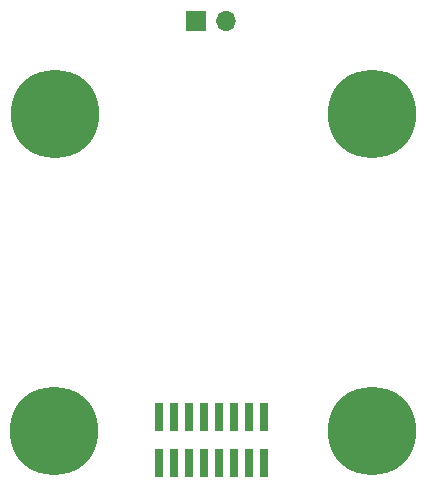
<source format=gbs>
%TF.GenerationSoftware,KiCad,Pcbnew,6.0.6-3a73a75311~116~ubuntu20.04.1*%
%TF.CreationDate,2022-09-22T10:25:09+01:00*%
%TF.ProjectId,UFOPulse,55464f50-756c-4736-952e-6b696361645f,rev?*%
%TF.SameCoordinates,Original*%
%TF.FileFunction,Soldermask,Bot*%
%TF.FilePolarity,Negative*%
%FSLAX46Y46*%
G04 Gerber Fmt 4.6, Leading zero omitted, Abs format (unit mm)*
G04 Created by KiCad (PCBNEW 6.0.6-3a73a75311~116~ubuntu20.04.1) date 2022-09-22 10:25:09*
%MOMM*%
%LPD*%
G01*
G04 APERTURE LIST*
%ADD10C,7.500000*%
%ADD11R,0.740000X2.400000*%
%ADD12R,1.700000X1.700000*%
%ADD13O,1.700000X1.700000*%
G04 APERTURE END LIST*
D10*
%TO.C,H4*%
X127130000Y-118570000D03*
%TD*%
%TO.C,H3*%
X154010000Y-118560000D03*
%TD*%
%TO.C,H2*%
X154010000Y-91700000D03*
%TD*%
%TO.C,H1*%
X127150000Y-91720000D03*
%TD*%
D11*
%TO.C,J9*%
X136000000Y-117400000D03*
X136000000Y-121300000D03*
X137270000Y-117400000D03*
X137270000Y-121300000D03*
X138540000Y-117400000D03*
X138540000Y-121300000D03*
X139810000Y-117400000D03*
X139810000Y-121300000D03*
X141080000Y-117400000D03*
X141080000Y-121300000D03*
X142350000Y-117400000D03*
X142350000Y-121300000D03*
X143620000Y-117400000D03*
X143620000Y-121300000D03*
X144890000Y-117400000D03*
X144890000Y-121300000D03*
%TD*%
D12*
%TO.C,J10*%
X139105000Y-83870000D03*
D13*
X141645000Y-83870000D03*
%TD*%
M02*

</source>
